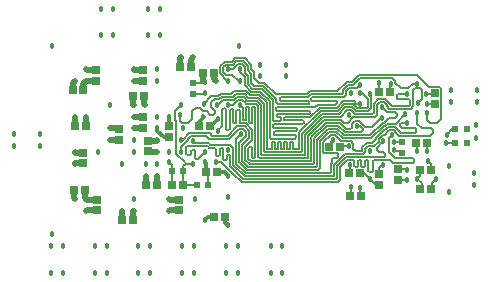
<source format=gbl>
%FSTAX23Y23*%
%MOIN*%
%SFA1B1*%

%IPPOS*%
%ADD16R,0.025200X0.025200*%
%ADD17R,0.021700X0.023600*%
%ADD18C,0.005000*%
%ADD20C,0.018000*%
%ADD21R,0.023600X0.021700*%
%ADD22R,0.025200X0.025200*%
%ADD23C,0.012000*%
%ADD24C,0.020000*%
%LNdemo_board-1*%
%LPD*%
G54D16*
X04411Y02613D03*
X04447D03*
X04702Y02629D03*
X04738D03*
X04714Y02476D03*
X0475D03*
X04614Y02799D03*
X04578D03*
X04714Y02539D03*
X0475D03*
X04514Y02527D03*
X04478D03*
X04518Y02452D03*
X04481D03*
X04065Y0238D03*
X04028D03*
X03991Y02862D03*
X04028D03*
X03913Y02881D03*
X03949D03*
X03596Y02472D03*
X0356D03*
X03795Y02784D03*
X03758D03*
X038Y02488D03*
X03837D03*
X04013Y02686D03*
X03976D03*
X04037Y02531D03*
X04001D03*
X03722Y0237D03*
X03758D03*
X03564Y02685D03*
X036D03*
X03592Y02803D03*
X03556D03*
X03887Y02488D03*
X03923D03*
G54D17*
X04831Y02629D03*
X04869D03*
X04831Y02673D03*
X04869D03*
X04006Y02488D03*
X03969D03*
X03924Y02535D03*
X03886D03*
G54D18*
X03986Y02829D02*
X03991Y02835D01*
X03956Y02829D02*
X03986D01*
X03995Y02792D02*
X03997Y02794D01*
X03956Y02792D02*
X03995D01*
X04018Y02783D02*
X04041D01*
X03993Y02759D02*
X04018Y02783D01*
X04018Y02748D02*
Y02763D01*
X04039Y02753D02*
X04058Y02772D01*
X04018Y02748D02*
X0403Y02736D01*
X04031D02*
X04032Y02736D01*
X0403Y02736D02*
X04031D01*
X04037Y02753D02*
X04039D01*
X0398Y02744D02*
X03991Y02733D01*
X03965Y02744D02*
X0398D01*
X03991Y02733D02*
X04003D01*
X03963Y02742D02*
X03965Y02744D01*
X03962Y02742D02*
X03963D01*
X03954Y02733D02*
X03962Y02742D01*
X04503Y02685D02*
X04513D01*
X04804Y02656D02*
X0482Y02673D01*
X04831*
X04799Y02629D02*
X04831D01*
X04239Y02714D02*
X04249D01*
X04236Y02717D02*
X04239Y02714D01*
X04249D02*
X04252Y02711D01*
X04238Y02725D02*
X04343D01*
X04236Y02723D02*
X04238Y02725D01*
X04236Y02717D02*
Y02723D01*
X04252Y02704D02*
Y02711D01*
X04248Y027D02*
X04252Y02704D01*
X04228Y027D02*
X04248D01*
X04673Y02811D02*
X04689Y02826D01*
X04649Y02811D02*
X04673D01*
X04632Y02828D02*
X04649Y02811D01*
X04513Y02844D02*
X04622D01*
X04632Y02833*
Y02828D02*
Y02833D01*
X04689Y02826D02*
X04704D01*
X03921Y02694D02*
X0394D01*
X03954Y02708D02*
Y02733D01*
X04785Y02707D02*
Y02809D01*
X04772Y02694D02*
X04785Y02707D01*
X04746Y02694D02*
X04772D01*
X04178Y02829D02*
X04195D01*
X04161Y02846D02*
X04178Y02829D01*
X04161Y02846D02*
Y02863D01*
X04151Y02828D02*
X04159Y02819D01*
X04141Y02824D02*
X04155Y02809D01*
X0413Y0282D02*
X04151Y02799D01*
X04134Y02802D02*
X04147Y02789D01*
X04094Y02802D02*
X04134D01*
X0413Y02792D02*
X04142Y02779D01*
X04099Y02792D02*
X0413D01*
X04126Y02782D02*
X04138Y02769D01*
X04103Y02782D02*
X04126D01*
X04133Y02759D02*
Y0276D01*
X04122Y02772D02*
X04133Y0276D01*
X04107Y02772D02*
X04122D01*
X04133Y02759D02*
X04166D01*
X04138Y02769D02*
X0417D01*
X04142Y02779D02*
X04174D01*
X04147Y02789D02*
X04178D01*
X0413Y0282D02*
Y02847D01*
X04151Y02799D02*
X04182D01*
X04141Y02824D02*
Y02851D01*
X04155Y02809D02*
X04187D01*
X04151Y02828D02*
Y02859D01*
X04159Y02819D02*
X04191D01*
X03877Y02563D02*
X03886Y02554D01*
X03929Y02563D02*
X03933Y02559D01*
X03929Y02563D02*
Y02563D01*
X039Y02591D02*
X03929Y02563D01*
X03917Y02598D02*
Y02614D01*
X039Y02591D02*
Y02644D01*
X03917Y02614D02*
X0394Y02637D01*
X039Y02644D02*
X03901Y02645D01*
X04001Y02531D02*
X04006Y02526D01*
Y02488D02*
Y02526D01*
X03886Y02535D02*
Y02554D01*
Y02488D02*
X03887Y02488D01*
X03886Y02488D02*
Y02535D01*
X03924Y0255D02*
X03933Y02559D01*
X03924Y02535D02*
Y0255D01*
X03923Y02534D02*
X03924Y02535D01*
X03923Y02488D02*
Y02534D01*
Y02488D02*
X03969D01*
X03933Y02559D02*
X03956D01*
X03901Y02645D02*
Y027D01*
X03896Y02705D02*
X03901Y027D01*
X03896Y02705D02*
Y02735D01*
X03917Y02755*
X03913Y02701D02*
X03921Y02694D01*
X03913Y02701D02*
Y0272D01*
X03798Y02781D02*
Y02791D01*
X03761Y02784D02*
Y0279D01*
X03839Y0249D02*
X0384Y02488D01*
X038Y02492D02*
X03804Y02488D01*
X04015Y02685D02*
X04016Y02686D01*
X04006Y02685D02*
X04015D01*
X0397D02*
Y02686D01*
X04195Y02829D02*
X04234Y02791D01*
X04129Y0291D02*
X0415Y02889D01*
Y02874D02*
X04161Y02863D01*
X0415Y02874D02*
Y02889D01*
X04125Y029D02*
X0414Y02885D01*
X04191Y02819D02*
X04235Y02776D01*
X0414Y0287D02*
X04151Y02859D01*
X0414Y0287D02*
Y02885D01*
X04121Y0289D02*
X0413Y02881D01*
Y02861D02*
X04141Y02851D01*
X0413Y02861D02*
Y02881D01*
X04476Y02618D02*
X04476Y02618D01*
X04445Y02618D02*
X04476D01*
X0444Y02613D02*
X04445Y02618D01*
X04418Y02619D02*
Y02633D01*
X04412Y02613D02*
X04418Y02619D01*
X04404Y02613D02*
X04412D01*
X04418Y02633D02*
X04423Y02638D01*
Y02639*
X04647Y02602D02*
X04653Y02595D01*
X0463Y02602D02*
X04647D01*
X04626Y02606D02*
X0463Y02602D01*
X04515Y02455D02*
X04518Y02452D01*
X04515Y02455D02*
Y02478D01*
X04736Y02703D02*
X04746Y02694D01*
X04736Y02703D02*
Y02728D01*
X04757Y02661D02*
Y02672D01*
X04704Y02691D02*
Y02728D01*
Y02691D02*
X04719Y02677D01*
X04752*
X04757Y02672*
X04509Y02854D02*
X04703D01*
X04781Y02813D02*
X04785Y02809D01*
X04744Y02813D02*
X04781D01*
X04703Y02854D02*
X04744Y02813D01*
X04438Y02801D02*
X04469Y02831D01*
X04347Y02801D02*
X04438D01*
X04487Y02831D02*
X04509Y02854D01*
X04469Y02831D02*
X04487D01*
X04337Y02791D02*
X04347Y02801D01*
X04234Y02791D02*
X04337D01*
X04098Y0291D02*
X04129D01*
X04048Y02861D02*
Y02873D01*
X04087Y02899D02*
X04098Y0291D01*
X04064Y02899D02*
X04087D01*
X04048Y02884D02*
X04064Y02899D01*
X04048Y02873D02*
Y02884D01*
X04048Y02873D02*
X04048Y02873D01*
X04341Y02781D02*
X04351Y02791D01*
X04249Y02781D02*
X04341D01*
X04247Y02779D02*
X04249Y02781D01*
X04247Y02771D02*
Y02779D01*
Y02771D02*
X04249Y02769D01*
X04339*
X04491Y02821D02*
X04513Y02844D01*
X04473Y02821D02*
X04491D01*
X04457Y02806D02*
X04473Y02821D01*
X04457Y02795D02*
Y02806D01*
X04453Y02791D02*
X04457Y02795D01*
X04351Y02791D02*
X04453D01*
X04339Y02769D02*
X04344Y02764D01*
Y02759D02*
Y02764D01*
X04342Y02757D02*
X04344Y02759D01*
X04241Y02757D02*
X04342D01*
X04235Y02763D02*
X04241Y02757D01*
X04235Y02763D02*
Y02776D01*
X04102Y029D02*
X04125D01*
X04091Y02889D02*
X04102Y029D01*
X04068Y02889D02*
X04091D01*
X04058Y0288D02*
X04068Y02889D01*
X04058Y02866D02*
Y0288D01*
X04356Y02781D02*
X04461D01*
X04354Y02769D02*
X04434D01*
X04467Y02787D02*
Y02802D01*
X04461Y02781D02*
X04467Y02787D01*
X04352Y02777D02*
X04356Y02781D01*
X04352Y02771D02*
Y02777D01*
Y02771D02*
X04354Y02769D01*
X04434D02*
X04437Y02766D01*
Y02761D02*
Y02766D01*
X04432Y02756D02*
X04437Y02761D01*
X04238Y02747D02*
X04365D01*
X04224Y02703D02*
Y02772D01*
X04365Y02747D02*
X04375Y02756D01*
X04235Y02744D02*
X04238Y02747D01*
X04343Y02725D02*
X04346Y02728D01*
X04235Y02738D02*
Y02744D01*
Y02738D02*
X04237Y02736D01*
X04343*
X04346Y02732*
Y02728D02*
Y02732D01*
X04467Y02802D02*
X04477Y02811D01*
X04504*
X04515Y02822*
X04375Y02756D02*
X04432D01*
X04224Y02703D02*
X04228Y027D01*
X04187Y02809D02*
X04224Y02772D01*
X04106Y0289D02*
X04121D01*
X04089Y02873D02*
X04106Y0289D01*
X04265Y02715D02*
X04347D01*
X04265Y02703D02*
X04324D01*
X04262Y02712D02*
X04265Y02715D01*
X04262Y02706D02*
Y02712D01*
Y02706D02*
X04265Y02703D01*
X04347Y02715D02*
X04379Y02746D01*
X04322Y0269D02*
X04327Y02695D01*
X04324Y02703D02*
X04327Y02699D01*
Y02695D02*
Y02699D01*
X04228Y0269D02*
X04322D01*
X04225Y02687D02*
X04228Y0269D01*
X04225Y02682D02*
Y02687D01*
Y02682D02*
X04228Y02679D01*
X043*
X04304Y02675*
Y02671D02*
Y02675D01*
X04299Y02667D02*
X04304Y02671D01*
X0423Y02667D02*
X04299D01*
X04226Y02663D02*
X0423Y02667D01*
X04226Y02657D02*
Y02663D01*
Y02657D02*
X04228Y02655D01*
X04297*
X043Y02651*
Y02647D02*
Y02651D01*
X04114Y02863D02*
Y02874D01*
Y02863D02*
X0413Y02847D01*
X04182Y02799D02*
X04214Y02768D01*
Y02644D02*
Y02768D01*
Y02644D02*
X04216Y02642D01*
X04296*
X043Y02647*
X04379Y02746D02*
X04436D01*
X04457Y02767*
X04495*
X04502Y02759*
X04515*
X04294Y02607D02*
X04309D01*
X04207D02*
X04217D01*
X04292D02*
X04294D01*
X04292D02*
Y02632D01*
X04282D02*
X04292D01*
X04282Y02607D02*
Y02632D01*
X04272Y02607D02*
X04282D01*
X04272D02*
Y02632D01*
X04262D02*
X04272D01*
X04262Y02607D02*
Y02632D01*
X04252Y02607D02*
X04262D01*
X04252D02*
Y02632D01*
X04242D02*
X04252D01*
X04242Y02607D02*
Y02632D01*
X04232Y02607D02*
X04242D01*
X04232D02*
Y02632D01*
X04222D02*
X04232D01*
X04222Y02607D02*
Y02632D01*
X04217Y02607D02*
X04222D01*
X0454Y02713D02*
X04563D01*
X04475Y02696D02*
X04492Y02713D01*
X0454*
Y02713*
X04483Y02737D02*
X04496Y02723D01*
X04536*
Y02723*
X04555*
X04487Y02747D02*
X04501Y02733D01*
X04532*
Y02733*
X0454*
X04505Y02743D02*
X04528D01*
Y02743*
X04536*
X0454Y02747*
Y02775*
X04521Y02794D02*
X0454Y02775D01*
X04514Y02794D02*
X04521D01*
X04491Y02757D02*
X04505Y02743D01*
X04461Y02757D02*
X04491D01*
X0444Y02736D02*
X04461Y02757D01*
X04383Y02736D02*
X0444D01*
X0431Y02663D02*
X04383Y02736D01*
X0431Y02609D02*
Y02663D01*
X04309Y02607D02*
X0431Y02609D01*
X04204Y02609D02*
X04207Y02607D01*
X04204Y02609D02*
Y02764D01*
X04178Y02789D02*
X04204Y02764D01*
X04084Y02792D02*
X04094Y02802D01*
X0405Y02792D02*
X04084D01*
X04041Y02783D02*
X0405Y02792D01*
X04054Y02782D02*
X04089D01*
X04018Y02763D02*
X04029Y02773D01*
X04044D02*
X04054Y02782D01*
X04029Y02773D02*
X04044D01*
X04089Y02782D02*
X04099Y02792D01*
X04058Y02772D02*
X04093D01*
X04103Y02782*
X04032Y02729D02*
Y02736D01*
X04024Y02721D02*
X04032Y02729D01*
X04015Y02721D02*
X04024D01*
X04003Y02733D02*
X04015Y02721D01*
X0394Y02694D02*
X03954Y02708D01*
X04174Y02779D02*
X04194Y02759D01*
Y026D02*
Y02759D01*
Y026D02*
X04197Y02597D01*
X04317*
X0432Y02601*
Y02659*
X04387Y02726*
X04444*
X04465Y02747*
X04487*
X04547Y02791D02*
X0455Y02788D01*
Y02743D02*
Y02788D01*
X0454Y02733D02*
X0455Y02743D01*
X04639Y02773D02*
X04677D01*
X04682Y02756D02*
Y02768D01*
X04677Y02773D02*
X04682Y02768D01*
X04636Y02776D02*
X04639Y02773D01*
X04636Y02776D02*
Y02787D01*
X0464Y02791*
X04669*
X0417Y02769D02*
X04184Y02755D01*
Y02591D02*
Y02755D01*
Y02591D02*
X04188Y02587D01*
X04329*
X0433Y02589*
Y02655*
X04391Y02716*
X04449*
X04469Y02737*
X0456Y02759D02*
X04575Y02774D01*
X04555Y02723D02*
X0456Y02728D01*
Y02759*
X04575Y02774D02*
X04598D01*
X04678Y02752D02*
X04682Y02756D01*
X0462Y02752D02*
X04678D01*
X04598Y02774D02*
X0462Y02752D01*
X04684Y02742D02*
X04692Y0275D01*
X04612Y02742D02*
X04684D01*
X04603Y0275D02*
X04612Y02742D01*
X04696Y0281D02*
X04714D01*
X04719Y02775D02*
Y02806D01*
X04714Y0281D02*
X04719Y02806D01*
X04692D02*
X04696Y0281D01*
X04706Y02762D02*
X04719Y02775D01*
X04692Y0275D02*
Y02806D01*
X04706Y02762D02*
X04706D01*
X0409Y02755D02*
X04107Y02772D01*
X04074Y02755D02*
X0409D01*
X04166Y02759D02*
X04174Y02751D01*
Y02582D02*
Y02751D01*
Y02582D02*
X04179Y02577D01*
X04339*
X0434Y02579*
Y02651*
X04395Y02706*
X04451*
X04461Y02696*
X04475*
X0457Y02754D02*
X04579Y02764D01*
X04563Y02713D02*
X0457Y0272D01*
Y02754*
X04151Y02616D02*
X04153Y02614D01*
Y02582D02*
Y02614D01*
Y02582D02*
X04157Y02577D01*
X04164Y0258D02*
Y02747D01*
X04162Y02749D02*
X04164Y02747D01*
X04156Y02749D02*
X04162D01*
X04154Y02747D02*
X04156Y02749D01*
X04154Y02696D02*
Y02747D01*
X04152Y02694D02*
X04154Y02696D01*
X04146Y02694D02*
X04152D01*
X04144Y02697D02*
X04146Y02694D01*
X04144Y02697D02*
Y02745D01*
X0414Y02749D02*
X04144Y02745D01*
X04136Y02749D02*
X0414D01*
X04134Y02747D02*
X04136Y02749D01*
X04134Y02706D02*
Y02747D01*
X04132Y02704D02*
X04134Y02706D01*
X04126Y02704D02*
X04132D01*
X04124Y02706D02*
X04126Y02704D01*
X04124Y02706D02*
Y02746D01*
X04114Y02755D02*
X04124Y02746D01*
X04162Y02577D02*
X04164Y0258D01*
X04157Y02577D02*
X04162D01*
X04146Y02616D02*
X04151D01*
X04141Y02611D02*
X04146Y02616D01*
X04446Y02696D02*
X04468Y02674D01*
X044Y02696D02*
X04446D01*
X04468Y02674D02*
X04482D01*
X04497Y02701D02*
X0451D01*
X04482Y02674D02*
X04487Y02679D01*
Y02691D02*
X04497Y02701D01*
X04487Y02679D02*
Y02691D01*
X04141Y02576D02*
Y02611D01*
Y02576D02*
X0415Y02567D01*
X04348*
X0435Y02569*
Y02647*
X044Y02696*
X04116Y02694D02*
X04133D01*
X04094D02*
X04099D01*
X04113Y02696D02*
X04116Y02694D01*
X04113Y02696D02*
Y02737D01*
X04111Y02739D02*
X04113Y02737D01*
X04105Y02739D02*
X04111D01*
X04102Y02736D02*
X04105Y02739D01*
X04102Y02696D02*
Y02736D01*
X04099Y02694D02*
X04102Y02696D01*
X0409Y02697D02*
X04094Y02694D01*
X04075Y02672D02*
X04079Y02676D01*
X0409Y02697D02*
Y02738D01*
X04088Y0274D02*
X0409Y02738D01*
X04083Y0274D02*
X04088D01*
X04079Y02736D02*
X04083Y0274D01*
X04079Y02676D02*
Y02736D01*
X04071Y02672D02*
X04075D01*
X04067Y02676D02*
X04071Y02672D01*
X04067Y02676D02*
Y02739D01*
X04064Y02743D02*
X04067Y02739D01*
X0406Y02743D02*
X04064D01*
X04055Y02738D02*
X0406Y02743D01*
X04055Y02685D02*
Y02738D01*
X04039Y02669D02*
X04055Y02685D01*
X04513Y02685D02*
X04523Y02674D01*
Y0267D02*
Y02674D01*
X04518Y02664D02*
X04523Y0267D01*
X04464Y02664D02*
X04518D01*
X04442Y02686D02*
X04464Y02664D01*
X04404Y02686D02*
X04442D01*
X0436Y02643D02*
X04404Y02686D01*
X0436Y02561D02*
Y02643D01*
X04356Y02557D02*
X0436Y02561D01*
X04146Y02557D02*
X04356D01*
X04131Y02572D02*
X04146Y02557D01*
X04131Y02572D02*
Y02615D01*
X04154Y02638*
Y02672*
X04133Y02694D02*
X04154Y02672D01*
X04637Y02719D02*
Y02724D01*
X04631Y02712D02*
X04637Y02719D01*
X0461Y02712D02*
X04631D01*
X04586Y02748D02*
X04604Y0273D01*
X04631D02*
X04637Y02724D01*
X04604Y0273D02*
X04631D01*
X04021Y02652D02*
X04073D01*
X04013Y0266D02*
X04021Y02652D01*
X03945Y0266D02*
X04013D01*
X04073Y02652D02*
X04105Y02684D01*
X04129*
X04144Y02668*
Y02643D02*
Y02668D01*
X04121Y0262D02*
X04144Y02643D01*
X04121Y02568D02*
Y0262D01*
Y02568D02*
X04142Y02547D01*
X04366*
X0437Y02551*
Y02639*
X04408Y02676*
X04438*
X0446Y02654*
X04547*
X04589Y02696*
X04593*
X04597Y02686D02*
X04604Y02692D01*
X04633*
X04665Y02724*
X04665*
X04138Y02537D02*
X04375D01*
X0438Y02543*
X04551Y02644D02*
X04593Y02686D01*
X04487Y02644D02*
X04551D01*
X04487Y02644D02*
X04487Y02644D01*
X04109Y02674D02*
X04124D01*
X04134Y02664*
Y0265D02*
Y02664D01*
X04111Y02627D02*
X04134Y0265D01*
X04111Y02563D02*
Y02627D01*
Y02563D02*
X04138Y02537D01*
X0438Y02543D02*
Y02634D01*
X04412Y02666*
X04434*
X04456Y02644*
X04487*
X04593Y02686D02*
X04597D01*
X04566Y02641D02*
Y02645D01*
X04554Y02628D02*
X04566Y02641D01*
X04536Y02628D02*
X04554D01*
X04653Y02677D02*
X04697D01*
X0465Y02661D02*
X04698D01*
X04697Y02677D02*
X04701Y02673D01*
Y02665D02*
Y02673D01*
X04698Y02661D02*
X04701Y02665D01*
X04647Y02683D02*
X04653Y02677D01*
X04647Y02683D02*
Y02692D01*
X04651Y02696*
X04669*
X04665Y02724D02*
X04666D01*
X04601Y02676D02*
X04608Y02682D01*
X04629D02*
X0465Y02661D01*
X04608Y02682D02*
X04629D01*
X04419Y0256D02*
Y02575D01*
X0442D02*
X04424Y02579D01*
X04438*
X0444Y02582*
Y0259*
X04438Y02593D02*
X0444Y0259D01*
X04449Y02634D02*
X04483D01*
X04492Y02625*
Y02609D02*
Y02625D01*
Y02609D02*
X04501Y02601D01*
X04519*
X0452Y02602*
Y02613*
X04536Y02628*
X04566Y02645D02*
X04597Y02676D01*
X04101Y02641D02*
X04118Y02657D01*
X04101Y02559D02*
Y02641D01*
Y02559D02*
X04134Y02527D01*
X04414*
X04418Y02531*
Y0256*
X04419Y0256*
X04395Y02593D02*
X04438D01*
X0439Y02597D02*
X04395Y02593D01*
X0439Y02597D02*
Y0263D01*
X04416Y02656*
X0443*
X04439Y02646*
Y02643D02*
Y02646D01*
Y02643D02*
X04449Y02634D01*
X04597Y02676D02*
X04601D01*
X04748Y02651D02*
X04757Y02661D01*
X04645Y02651D02*
X04748D01*
X04612Y02672D02*
X04626D01*
X04635Y02661D02*
X04645Y02651D01*
X04635Y02661D02*
Y02662D01*
X04626Y02672D02*
X04635Y02662D01*
X04596Y02656D02*
X04608Y02668D01*
X04608*
X04612Y02672*
X04591Y02656D02*
X04596D01*
X04576Y0264D02*
X04591Y02656D01*
X04576Y02632D02*
Y0264D01*
X04562Y02618D02*
X04576Y02632D01*
X0454Y02618D02*
X04562D01*
X0453Y02609D02*
X0454Y02618D01*
X0453Y02598D02*
Y02609D01*
X04523Y02591D02*
X0453Y02598D01*
X04464Y02591D02*
X04523D01*
X04428Y02556D02*
X04464Y02591D01*
X04428Y02517D02*
Y02556D01*
X04129Y02517D02*
X04428D01*
X04091Y02554D02*
X04129Y02517D01*
X04091Y02554D02*
Y02612D01*
X04081Y02622D02*
X04091Y02612D01*
X04015Y02622D02*
X04081D01*
X04009Y02628D02*
X04015Y02622D01*
X03956Y02633D02*
X03962Y02628D01*
X04009*
X03968Y02576D02*
X03974D01*
X0395Y02591D02*
Y02602D01*
X03934Y02592D02*
X03939Y02587D01*
X03946D02*
X0395Y02591D01*
X03939Y02587D02*
X03946D01*
X03965Y02579D02*
X03968Y02576D01*
X03965Y02579D02*
Y02602D01*
X03974Y02576D02*
X03996Y02598D01*
X03934Y02592D02*
Y02615D01*
X03961Y02606D02*
X03965Y02602D01*
X03954Y02606D02*
X03961D01*
X0395Y02602D02*
X03954Y02606D01*
X04006Y02617D02*
X0401Y02612D01*
X03936Y02617D02*
X04006D01*
X03934Y02615D02*
X03936Y02617D01*
X0401Y02612D02*
X04028D01*
X04468Y02581D02*
X04593D01*
X04072Y02589D02*
X04077D01*
X04438Y02552D02*
X04468Y02581D01*
X04438Y02511D02*
Y02552D01*
X04434Y02507D02*
X04438Y02511D01*
X04124Y02507D02*
X04434D01*
X04081Y0255D02*
X04124Y02507D01*
X04081Y0255D02*
Y02585D01*
X04077Y02589D02*
X04081Y02585D01*
X04069Y02586D02*
X04072Y02589D01*
X04069Y02573D02*
Y02586D01*
X04066Y0257D02*
X04069Y02573D01*
X04062Y0257D02*
X04066D01*
X04061Y0257D02*
X04062Y0257D01*
X04058Y02573D02*
X04061Y0257D01*
X04028Y02612D02*
X04033Y02607D01*
X04046Y02587D02*
Y02609D01*
X04042Y02583D02*
X04046Y02587D01*
X04033D02*
Y02607D01*
Y02587D02*
X04037Y02583D01*
X04042*
X04046Y02609D02*
X04049Y02612D01*
X04053*
X04058Y02573D02*
Y02608D01*
X04053Y02612D02*
X04058Y02608D01*
X04624Y02561D02*
X04692D01*
X04613Y02571D02*
X04624Y02561D01*
X04561Y02571D02*
X04613D01*
X04631Y02577D02*
X04691D01*
X04692Y02561D02*
X04695Y02564D01*
Y02572*
X04691Y02577D02*
X04695Y02572D01*
X04511Y02571D02*
X04516D01*
X04507Y02567D02*
X04511Y02571D01*
X04507Y02552D02*
Y02567D01*
X04503Y02548D02*
X04507Y02552D01*
X04499Y02548D02*
X04503D01*
X04518Y02551D02*
Y02568D01*
X04516Y02571D02*
X04518Y02568D01*
Y02551D02*
X04522Y02547D01*
X04528*
X0453Y0255D02*
Y02568D01*
X04528Y02547D02*
X0453Y0255D01*
Y02568D02*
X04533Y02571D01*
X04538*
X04542Y02536D02*
Y02567D01*
X04538Y02571D02*
X04542Y02567D01*
Y02536D02*
X04546Y02532D01*
X04555*
X04472Y02571D02*
X04492D01*
X04495Y02567*
Y02552D02*
Y02567D01*
Y02552D02*
X04499Y02548D01*
X04558Y02541D02*
Y02567D01*
X04557Y02534D02*
Y02541D01*
X04558Y02541*
X04555Y02532D02*
X04557Y02534D01*
X04558Y02567D02*
X04561Y02571D01*
X04593Y02581D02*
X04597Y02585D01*
Y02592*
X04591Y02598D02*
X04597Y02592D01*
X04577Y02598D02*
X04591D01*
X0457Y02605D02*
X04577Y02598D01*
X0457Y02605D02*
Y02612D01*
X04592Y02634*
X04609Y02599D02*
Y02645D01*
Y02599D02*
X04631Y02577D01*
X04448Y02547D02*
X04472Y02571D01*
X04448Y02506D02*
Y02547D01*
X04439Y02497D02*
X04448Y02506D01*
X04119Y02497D02*
X04439D01*
X04091Y02524D02*
X04119Y02497D01*
X04091Y02524D02*
Y02526D01*
X0405Y02566D02*
X04091Y02526D01*
X04035Y02566D02*
X0405D01*
X04088Y02856D02*
X0411Y02834D01*
X04058Y02866D02*
X04068Y02856D01*
X04088*
X04048Y02861D02*
X04072Y02836D01*
X04075Y02873D02*
X04089D01*
X04089Y02873*
X04072Y02836D02*
X04073D01*
X04628Y02632D02*
X04629Y02632D01*
X04653*
X04736Y02758D02*
X04765D01*
X04765Y02757*
X04763Y02791D02*
X04765Y02793D01*
X04735Y02791D02*
X04763D01*
X04479Y02532D02*
Y02555D01*
X04476Y02529D02*
X04479Y02532D01*
X04476Y02529D02*
X04478Y02527D01*
X04586Y02554D02*
X04589D01*
X04577Y02545D02*
X04586Y02554D01*
X04547Y02507D02*
X04566Y02488D01*
X04577*
Y02525D02*
Y02545D01*
X04527Y02527D02*
X04547Y02507D01*
X04667Y0254D02*
X04669Y02539D01*
X04704Y02507D02*
X04714Y02517D01*
X04669Y02504D02*
X0467Y02504D01*
X04609Y02645D02*
X04619Y02655D01*
X04563Y0269D02*
Y02691D01*
X04554Y0268D02*
X04563Y0269D01*
X04531Y0268D02*
X04554D01*
X0451Y02701D02*
X04531Y0268D01*
X04593Y02696D02*
X0461Y02712D01*
X04641Y02504D02*
X04669D01*
X04641Y0254D02*
X04667D01*
X04614Y02825D02*
X04616Y02826D01*
X04614Y02799D02*
Y02825D01*
X04578Y02827D02*
X04578Y02827D01*
X04578Y02799D02*
Y02827D01*
X04469Y02737D02*
X04483D01*
X0401Y02642D02*
X04077D01*
X04002Y0265D02*
X0401Y02642D01*
X03949Y0265D02*
X04002D01*
X04077Y02642D02*
X04109Y02674D01*
X04481Y02452D02*
X04484Y02455D01*
Y0248*
X04514Y02527D02*
X04527D01*
X04755Y02495D02*
X04767Y02507D01*
X04714Y02517D02*
Y02539D01*
X0475D02*
Y02558D01*
X04739Y02569D02*
X0475Y02558D01*
X04755Y0248D02*
Y02495D01*
X04719Y0248D02*
Y02493D01*
X04704Y02507D02*
X04719Y02493D01*
X04737Y02628D02*
X04738Y02629D01*
X04737Y02602D02*
Y02628D01*
X04702Y02629D02*
X04704Y02627D01*
Y02602D02*
Y02627D01*
X04072Y02446D02*
X04074Y02448D01*
X04034Y02834D02*
X04035Y02833D01*
X0411Y02834D02*
X04114D01*
X04563Y02691D02*
X04585Y02712D01*
X03917Y02637D02*
X03923D01*
X0394Y02637D02*
Y0264D01*
X03949Y0265*
X03923Y02637D02*
X03945Y0266D01*
X04585Y02712D02*
X04586D01*
X04579Y02764D02*
X04593D01*
X04603Y02754*
Y0275D02*
Y02754D01*
G54D20*
X03997Y02794D03*
X03989Y02714D03*
X03993Y02759D03*
X04037Y02753D03*
X04503Y02685D03*
X04804Y02656D03*
X04799Y02629D03*
X04809Y02552D03*
X04255Y02283D03*
X04216D03*
Y02196D03*
X04255D03*
X0396Y02283D03*
X03921D03*
Y02196D03*
X0396D03*
X04106Y02283D03*
X04066D03*
Y02196D03*
X04106D03*
X03669Y02283D03*
X03629D03*
Y02196D03*
X03669D03*
X03815Y02283D03*
X03775D03*
Y02196D03*
X03815D03*
X04901Y02645D03*
Y02689D03*
X04895Y02489D03*
X04809Y02465D03*
X04895Y02528D03*
X03877Y02563D03*
X03917Y02598D03*
X03956Y02559D03*
X03917Y02755D03*
X03362Y02618D03*
Y02657D03*
X03448Y02618D03*
Y02657D03*
X03689Y02988D03*
X03649D03*
Y03074D03*
X03689D03*
X03846D03*
X03807D03*
Y02988D03*
X03846D03*
X03523Y02196D03*
X03484D03*
Y02283D03*
X03523D03*
X04267Y0285D03*
Y02889D03*
X04181Y0285D03*
Y02889D03*
X04905Y02763D03*
Y02803D03*
X04818D03*
Y02763D03*
X03798Y02755D03*
X04515Y02478D03*
X04075Y02873D03*
X0411Y02952D03*
X04114Y02874D03*
X04073Y02836D03*
X04626Y02606D03*
X04628Y02632D03*
X04706Y02762D03*
X04736Y02758D03*
Y02728D03*
X04735Y02791D03*
X04423Y02639D03*
X04479Y02555D03*
X04589Y02554D03*
X04547Y02507D03*
X04669Y02539D03*
X04704Y02507D03*
X0467Y02504D03*
X04476Y02618D03*
X04547Y02602D03*
X04592Y02634D03*
X04619Y02655D03*
X04616Y02826D03*
X04578Y02827D03*
X04515Y02822D03*
Y02759D03*
X03602Y02401D03*
Y0244D03*
X03641Y02598D03*
X03838Y02834D03*
X03759Y02874D03*
Y02834D03*
X04074Y02519D03*
X03996Y02566D03*
X04035D03*
X03838Y02677D03*
Y02716D03*
X03878D03*
X03799Y02559D03*
X04767Y02507D03*
X04737Y02602D03*
X04074Y02353D03*
X04035Y02833D03*
X03913Y0272D03*
X03681Y02755D03*
X03838Y02559D03*
Y02519D03*
X03759Y02716D03*
X03563Y02834D03*
Y02716D03*
X03602D03*
X03563Y02559D03*
Y02598D03*
X03488Y02326D03*
X03563Y0244D03*
X03878Y02401D03*
X0372D03*
X03878Y0244D03*
X03759Y02401D03*
Y0244D03*
X0372Y02559D03*
X03759Y02677D03*
X03681Y02637D03*
Y02677D03*
X03759Y02755D03*
X03878Y02598D03*
X03799Y02519D03*
X03838Y02598D03*
X03759D03*
X03838Y02637D03*
X03759D03*
X03488Y02952D03*
X03602Y02834D03*
Y02874D03*
X03838D03*
X03956Y02913D03*
X03964Y0244D03*
X04484Y0248D03*
X04074Y02755D03*
X03917Y02913D03*
X03996Y0283D03*
X04739Y02569D03*
X04704Y02602D03*
Y02728D03*
X04669Y02696D03*
X04547Y02791D03*
X04669D03*
X04665Y02724D03*
X04114Y02755D03*
X04704Y02826D03*
X04114Y02834D03*
X03996Y0237D03*
X04074Y02448D03*
X03996Y02598D03*
X04484Y02795D03*
X04514Y02794D03*
X04476Y0272D03*
X04074Y02606D03*
X03917Y02637D03*
X03956Y02633D03*
X03925Y02677D03*
X04039Y02669D03*
Y02708D03*
X04586Y02712D03*
X04118Y02657D03*
X04586Y02748D03*
G54D21*
X03956Y02792D03*
Y02829D03*
X04653Y02632D03*
Y02595D03*
G54D22*
X04765Y02757D03*
Y02793D03*
X04641Y02504D03*
Y0254D03*
X04577Y02488D03*
Y02525D03*
X03637Y02439D03*
Y02403D03*
X0359Y0256D03*
Y02596D03*
X03712Y02639D03*
Y02675D03*
X03807Y026D03*
Y02636D03*
X03791Y02678D03*
Y02715D03*
X03878Y02647D03*
Y02683D03*
X03633Y02836D03*
Y02872D03*
X03789Y02872D03*
Y02835D03*
X03909Y02403D03*
Y02439D03*
G54D23*
X03989Y02714D02*
X03992D01*
X03993Y02713*
X03976Y02697D02*
X03993Y02713D01*
X04006Y0238D02*
X04028D01*
X03996Y0237D02*
X04006Y0238D01*
X04065Y02362D02*
X04074Y02353D01*
X04065Y02362D02*
Y0238D01*
X04037Y02531D02*
X04063D01*
X04074Y02519*
X04001Y02531D02*
Y02561D01*
X03996Y02566D02*
X04001Y02561D01*
X04016Y02686D02*
X04039Y02708D01*
X04013Y02686D02*
X04016D01*
X03976D02*
Y02697D01*
X03878Y02683D02*
Y02716D01*
X03838Y02669D02*
Y02677D01*
Y02669D02*
X0386Y02647D01*
X03878*
G54D24*
X04028Y02841D02*
X04034Y02834D01*
X04028Y02841D02*
Y02862D01*
X03991Y02835D02*
Y02862D01*
X03949Y02905D02*
X03956Y02913D01*
X03949Y02881D02*
Y02905D01*
X03913Y02909D02*
X03917Y02913D01*
X03913Y02881D02*
Y02909D01*
X03795Y02757D02*
X03798Y02755D01*
X03795Y02757D02*
Y02784D01*
X03758Y02756D02*
X03759Y02755D01*
X03758Y02756D02*
Y02784D01*
X03759Y02834D02*
X03761Y02835D01*
X03789*
X03759Y02874D02*
X03761Y02872D01*
X03789*
X03556Y02828D02*
X03563Y02834D01*
X03556Y02803D02*
Y02828D01*
X03602Y02834D02*
X03603Y02836D01*
X03592Y02825D02*
X03602Y02834D01*
X03592Y02803D02*
Y02825D01*
X03603Y02836D02*
X03633D01*
X03602Y02874D02*
X03603Y02872D01*
X03633*
X036Y02715D02*
X03602Y02716D01*
X036Y02685D02*
Y02715D01*
X03563Y02716D02*
X03564Y02715D01*
Y02685D02*
Y02715D01*
X03563Y02559D02*
X03564Y0256D01*
X0359*
X03563Y02598D02*
X03564Y02596D01*
X0359*
X0356Y02443D02*
X03563Y0244D01*
X0356Y02443D02*
Y02472D01*
X03602Y0244D02*
X03603Y02439D01*
X03596Y02446D02*
X03602Y0244D01*
X03596Y02446D02*
Y02472D01*
X03603Y02439D02*
X03637D01*
X03603Y02403D02*
X03637D01*
X03602Y02401D02*
X03603Y02403D01*
X03758Y024D02*
X03759Y02401D01*
X03758Y0237D02*
Y024D01*
X0372Y02401D02*
X03722Y024D01*
Y0237D02*
Y024D01*
X03837Y02518D02*
X03838Y02519D01*
X03837Y02488D02*
Y02518D01*
X038Y02492D02*
Y02518D01*
Y02488D02*
Y02492D01*
X03799Y02519D02*
X038Y02518D01*
X03878Y02401D02*
X03879Y02403D01*
X03909*
X03878Y0244D02*
X03879Y02439D01*
X03909*
X03809Y02598D02*
X03838D01*
X03807Y02636D02*
X03837D01*
X03838Y02637*
X03789Y02677D02*
X03791Y02678D01*
X03759Y02677D02*
X03789D01*
X03759Y02716D02*
X03789D01*
X03791Y02715*
X03711Y02637D02*
X03712Y02639D01*
X03681Y02637D02*
X03711D01*
Y02677D02*
X03712Y02675D01*
X03681Y02677D02*
X03711D01*
M02*
</source>
